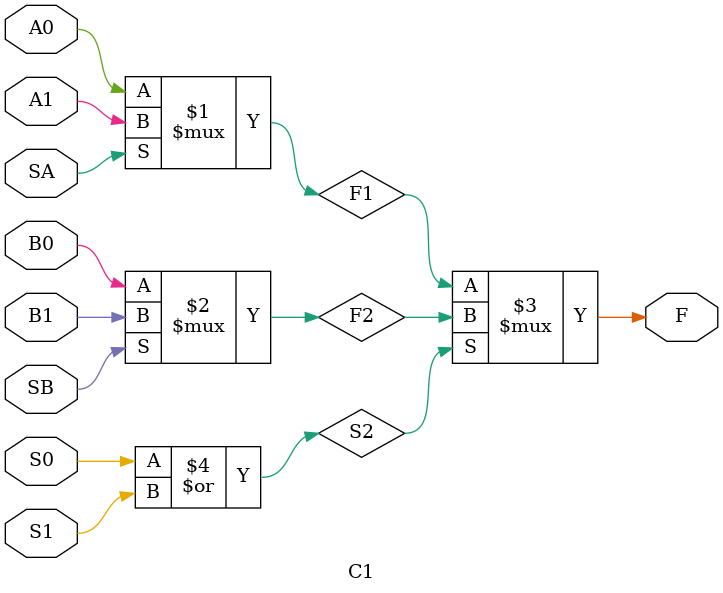
<source format=v>
module C1 (input A0, A1, SA, B0, B1, SB, S0, S1, output F);
	wire F1, F2, S2;
	
	assign F1 = (SA) ? A1 : A0;
	assign F2 = (SB) ? B1 : B0;
	assign F = (S2) ? F2 : F1;
	assign S2 = S0 | S1;
endmodule

</source>
